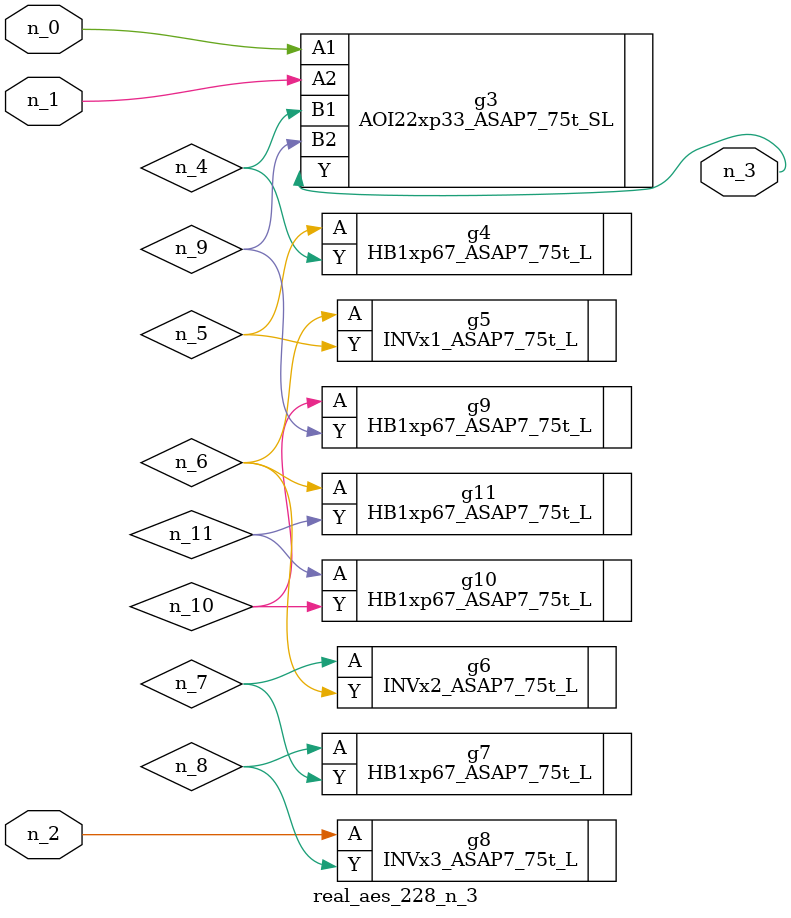
<source format=v>
module real_aes_228_n_3 (n_0, n_2, n_1, n_3);
input n_0;
input n_2;
input n_1;
output n_3;
wire n_4;
wire n_5;
wire n_7;
wire n_9;
wire n_6;
wire n_8;
wire n_10;
wire n_11;
AOI22xp33_ASAP7_75t_SL g3 ( .A1(n_0), .A2(n_1), .B1(n_4), .B2(n_9), .Y(n_3) );
INVx3_ASAP7_75t_L g8 ( .A(n_2), .Y(n_8) );
HB1xp67_ASAP7_75t_L g4 ( .A(n_5), .Y(n_4) );
INVx1_ASAP7_75t_L g5 ( .A(n_6), .Y(n_5) );
HB1xp67_ASAP7_75t_L g11 ( .A(n_6), .Y(n_11) );
INVx2_ASAP7_75t_L g6 ( .A(n_7), .Y(n_6) );
HB1xp67_ASAP7_75t_L g7 ( .A(n_8), .Y(n_7) );
HB1xp67_ASAP7_75t_L g9 ( .A(n_10), .Y(n_9) );
HB1xp67_ASAP7_75t_L g10 ( .A(n_11), .Y(n_10) );
endmodule
</source>
